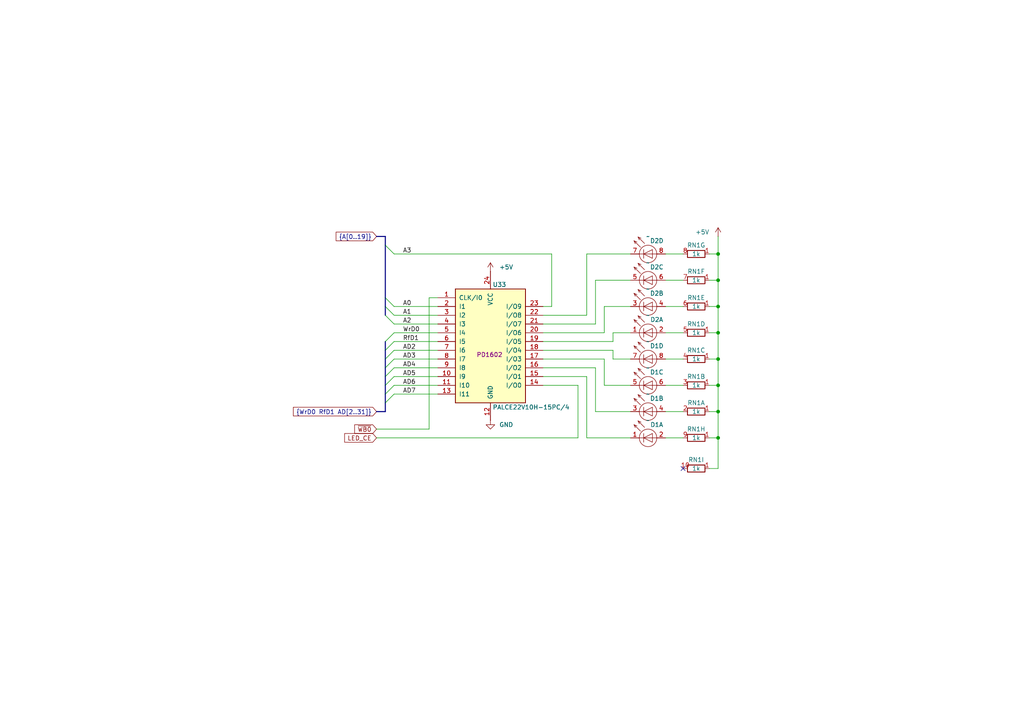
<source format=kicad_sch>
(kicad_sch (version 20250114) (generator "eeschema") (generator_version "9.0")
  (paper "A4")
  (title_block (title "TPU"))
  (lib_symbols
    (symbol "Device:R_Network09_Split" (pin_names (offset 0) (hide yes))
      (property "Reference" "RN" (at 2.032 0 90))
      (property "Value" "R_Network09_Split" (at 0 0 90))
      (symbol "R_Network09_Split_0_1"
        (rectangle (start 1.016 2.54) (end -1.016 -2.54) (stroke (width 0.254)))
        (pin passive line (at 0 3.81 270) (length 1.27) (name "R1") (number "1"))
      )
      (symbol "R_Network09_Split_1_1"
        (pin passive line (at 0 -3.81 90) (length 1.27) (name "R1.2") (number "2"))
      )
      (symbol "R_Network09_Split_2_1"
        (pin passive line (at 0 -3.81 90) (length 1.27) (name "R2.2") (number "3"))
      )
      (symbol "R_Network09_Split_3_1"
        (pin passive line (at 0 -3.81 90) (length 1.27) (name "R3.2") (number "4"))
      )
      (symbol "R_Network09_Split_4_1"
        (pin passive line (at 0 -3.81 90) (length 1.27) (name "R4.2") (number "5"))
      )
      (symbol "R_Network09_Split_5_1"
        (pin passive line (at 0 -3.81 90) (length 1.27) (name "R5.2") (number "6"))
      )
      (symbol "R_Network09_Split_6_1"
        (pin passive line (at 0 -3.81 90) (length 1.27) (name "R6.2") (number "7"))
      )
      (symbol "R_Network09_Split_7_1"
        (pin passive line (at 0 -3.81 90) (length 1.27) (name "R7.2") (number "8"))
      )
      (symbol "R_Network09_Split_8_1"
        (pin passive line (at 0 -3.81 90) (length 1.27) (name "R8.2") (number "9"))
      )
      (symbol "R_Network09_Split_9_1"
        (pin passive line (at 0 -3.81 90) (length 1.27) (name "R9.2") (number "10"))
      )
    )
    (symbol "Georg:PALCE22V10H-15PC/4" (pin_names (offset 1.016))
      (property "Reference" "D" (at 0.635 19.05 0))
      (property "Value" "PALCE22V10H-15PC/4" (at 0.635 -16.51 0))
      (symbol "PALCE22V10H-15PC/4_1_0"
        (pin input line (at -15.24 15.24 0) (length 5.08) (name "CLK/I0") (number "1"))
        (pin input line (at -15.24 12.7 0) (length 5.08) (name "I1") (number "2"))
        (pin input line (at -15.24 10.16 0) (length 5.08) (name "I2") (number "3"))
        (pin input line (at -15.24 7.62 0) (length 5.08) (name "I3") (number "4"))
        (pin input line (at -15.24 5.08 0) (length 5.08) (name "I4") (number "5"))
        (pin input line (at -15.24 2.54 0) (length 5.08) (name "I5") (number "6"))
        (pin input line (at -15.24 0 0) (length 5.08) (name "I6") (number "7"))
        (pin input line (at -15.24 -2.54 0) (length 5.08) (name "I7") (number "8"))
        (pin input line (at -15.24 -5.08 0) (length 5.08) (name "I8") (number "9"))
        (pin input line (at -15.24 -7.62 0) (length 5.08) (name "I9") (number "10"))
        (pin input line (at -15.24 -10.16 0) (length 5.08) (name "I10") (number "11"))
        (pin input line (at -15.24 -12.7 0) (length 5.08) (name "I11") (number "13"))
        (pin power_in line (at 0 22.86 270) (length 5.08) (name "VCC") (number "24"))
        (pin power_in line (at 0 -20.32 90) (length 5.08) (name "GND") (number "12"))
        (pin input line (at 15.24 12.7 180) (length 5.08) (name "I/O9") (number "23"))
        (pin tri_state line (at 15.24 10.16 180) (length 5.08) (name "I/O8") (number "22"))
        (pin tri_state line (at 15.24 7.62 180) (length 5.08) (name "I/O7") (number "21"))
        (pin tri_state line (at 15.24 5.08 180) (length 5.08) (name "I/O6") (number "20"))
        (pin tri_state line (at 15.24 2.54 180) (length 5.08) (name "I/O5") (number "19"))
        (pin tri_state line (at 15.24 0 180) (length 5.08) (name "I/O4") (number "18"))
        (pin tri_state line (at 15.24 -2.54 180) (length 5.08) (name "I/O3") (number "17"))
        (pin tri_state line (at 15.24 -5.08 180) (length 5.08) (name "I/O2") (number "16"))
        (pin tri_state line (at 15.24 -7.62 180) (length 5.08) (name "I/O1") (number "15"))
        (pin input line (at 15.24 -10.16 180) (length 5.08) (name "I/O0") (number "14"))
      )
      (symbol "PALCE22V10H-15PC/4_1_1"
        (rectangle (start -10.16 17.78) (end 10.16 -15.24) (stroke (width 0.254)) (fill (type background)))
      )
    )
    (symbol "georg:555-4001"
      (property "Reference" "D" (at -2.54 -1.27 0))
      (symbol "555-4001_0_1"
        (polyline (pts (xy -2.54 -5.08) (xy 2.54 -5.08)))
        (polyline (pts (xy -1.27 -3.81) (xy -1.27 -6.35) (xy 1.27 -5.08) (xy -1.27 -3.81)))
        (circle (center 0 -5.08) (radius 2.54))
        (polyline (pts (xy 1.27 -3.81) (xy 1.27 -6.35)))
        (polyline (pts (xy 2.8918 -0.1685) (xy 1.016 -2.032)))
        (polyline (pts (xy 2.8918 -0.1685) (xy 2.032 -0.508)))
        (polyline (pts (xy 2.8918 -0.1685) (xy 2.54 -1.016)))
        (polyline (pts (xy 4.064 -1.27) (xy 2.1882 -3.1335)))
        (polyline (pts (xy 4.064 -1.27) (xy 3.2042 -1.6095)))
        (polyline (pts (xy 4.064 -1.27) (xy 3.7122 -2.1175)))
      )
      (symbol "555-4001_1_0"
        (pin passive line (at -5.08 -5.08 0) (length 2.54) (name "") (number "2"))
        (pin passive line (at 5.08 -5.08 180) (length 2.54) (name "") (number "1"))
      )
      (symbol "555-4001_2_0"
        (pin passive line (at -5.08 -5.08 0) (length 2.54) (name "") (number "4"))
        (pin passive line (at 5.08 -5.08 180) (length 2.54) (name "") (number "3"))
      )
      (symbol "555-4001_3_0"
        (pin passive line (at -5.08 -5.08 0) (length 2.54) (name "") (number "6"))
        (pin passive line (at 5.08 -5.08 180) (length 2.54) (name "") (number "5"))
      )
      (symbol "555-4001_4_0"
        (pin passive line (at -5.08 -5.08 0) (length 2.54) (name "") (number "8"))
        (pin passive line (at 5.08 -5.08 180) (length 2.54) (name "") (number "7"))
      )
    )
    (symbol "power:+5V" (power) (pin_numbers (hide yes)) (pin_names (offset 0) (hide yes))
      (property "Value" "+5V" (at 0 3.556 0))
      (symbol "+5V_0_1"
        (polyline (pts (xy -0.762 1.27) (xy 0 2.54)))
        (polyline (pts (xy 0 2.54) (xy 0.762 1.27)))
        (polyline (pts (xy 0 0) (xy 0 2.54)))
      )
      (symbol "+5V_1_1"
        (pin power_in line (at 0 0 90) (length 0) (name "~") (number "1"))
      )
    )
    (symbol "power:GND" (power) (pin_numbers (hide yes)) (pin_names (offset 0) (hide yes))
      (property "Value" "GND" (at 0 -3.81 0))
      (symbol "GND_0_1"
        (polyline (pts (xy 0 0) (xy 0 -1.27) (xy 1.27 -1.27) (xy 0 -2.54) (xy -1.27 -1.27) (xy 0 -1.27)))
      )
      (symbol "GND_1_1"
        (pin power_in line (at 0 0 270) (length 0) (name "~") (number "1"))
      )
    )
  )
  (junction (at 208.28 111.76))
  (junction (at 208.28 127))
  (junction (at 208.28 73.66))
  (junction (at 208.28 119.38))
  (junction (at 208.28 88.9))
  (junction (at 208.28 81.28))
  (junction (at 208.28 104.14))
  (junction (at 208.28 96.52))
  (no_connect (at 198.12 135.89))
  (bus_entry (at 111.76 109.22) (size 2.54 -2.54))
  (bus_entry (at 111.76 71.12) (size 2.54 2.54))
  (bus_entry (at 111.76 101.6) (size 2.54 -2.54))
  (bus_entry (at 114.3 91.44) (size -2.54 -2.54))
  (bus_entry (at 111.76 104.14) (size 2.54 -2.54))
  (bus_entry (at 111.76 114.3) (size 2.54 -2.54))
  (bus_entry (at 114.3 88.9) (size -2.54 -2.54))
  (bus_entry (at 111.76 99.06) (size 2.54 -2.54))
  (bus_entry (at 111.76 106.68) (size 2.54 -2.54))
  (bus_entry (at 114.3 93.98) (size -2.54 -2.54))
  (bus_entry (at 111.76 116.84) (size 2.54 -2.54))
  (bus_entry (at 111.76 111.76) (size 2.54 -2.54))
  (wire (pts (xy 157.48 96.52) (xy 175.26 96.52)))
  (wire (pts (xy 208.28 111.76) (xy 208.28 119.38)))
  (wire (pts (xy 114.3 109.22) (xy 127 109.22)))
  (wire (pts (xy 114.3 101.6) (xy 127 101.6)))
  (wire (pts (xy 157.48 109.22) (xy 170.18 109.22)))
  (bus (pts (xy 111.76 86.36) (xy 111.76 88.9)))
  (wire (pts (xy 175.26 104.14) (xy 175.26 111.76)))
  (wire (pts (xy 198.12 127) (xy 193.04 127)))
  (wire (pts (xy 157.48 106.68) (xy 172.72 106.68)))
  (wire (pts (xy 114.3 91.44) (xy 127 91.44)))
  (wire (pts (xy 175.26 88.9) (xy 182.88 88.9)))
  (wire (pts (xy 157.48 99.06) (xy 177.8 99.06)))
  (wire (pts (xy -22.86 163.83) (xy -20.32 163.83)))
  (bus (pts (xy 111.76 88.9) (xy 111.76 91.44)))
  (wire (pts (xy 167.64 127) (xy 167.64 111.76)))
  (wire (pts (xy 157.48 104.14) (xy 175.26 104.14)))
  (bus (pts (xy 111.76 99.06) (xy 111.76 101.6)))
  (wire (pts (xy 175.26 111.76) (xy 182.88 111.76)))
  (wire (pts (xy 109.22 124.46) (xy 124.46 124.46)))
  (wire (pts (xy 157.48 91.44) (xy 170.18 91.44)))
  (wire (pts (xy 205.74 127) (xy 208.28 127)))
  (wire (pts (xy 208.28 88.9) (xy 208.28 96.52)))
  (bus (pts (xy 111.76 106.68) (xy 111.76 109.22)))
  (wire (pts (xy 172.72 81.28) (xy 182.88 81.28)))
  (wire (pts (xy 198.12 88.9) (xy 193.04 88.9)))
  (wire (pts (xy 124.46 86.36) (xy 127 86.36)))
  (wire (pts (xy 157.48 111.76) (xy 167.64 111.76)))
  (wire (pts (xy -22.86 168.91) (xy -20.32 168.91)))
  (wire (pts (xy 177.8 104.14) (xy 182.88 104.14)))
  (wire (pts (xy 170.18 109.22) (xy 170.18 127)))
  (bus (pts (xy 111.76 114.3) (xy 111.76 111.76)))
  (wire (pts (xy 198.12 119.38) (xy 193.04 119.38)))
  (wire (pts (xy 205.74 104.14) (xy 208.28 104.14)))
  (bus (pts (xy 111.76 116.84) (xy 111.76 114.3)))
  (wire (pts (xy 114.3 93.98) (xy 127 93.98)))
  (bus (pts (xy 111.76 101.6) (xy 111.76 104.14)))
  (wire (pts (xy 157.48 88.9) (xy 160.02 88.9)))
  (wire (pts (xy 208.28 68.58) (xy 208.28 73.66)))
  (wire (pts (xy 208.28 81.28) (xy 208.28 88.9)))
  (wire (pts (xy 205.74 96.52) (xy 208.28 96.52)))
  (bus (pts (xy 109.22 119.38) (xy 111.76 119.38)))
  (bus (pts (xy 111.76 104.14) (xy 111.76 106.68)))
  (wire (pts (xy 208.28 104.14) (xy 208.28 111.76)))
  (wire (pts (xy 205.74 111.76) (xy 208.28 111.76)))
  (wire (pts (xy 208.28 135.89) (xy 205.74 135.89)))
  (wire (pts (xy 205.74 88.9) (xy 208.28 88.9)))
  (wire (pts (xy 114.3 99.06) (xy 127 99.06)))
  (wire (pts (xy 157.48 93.98) (xy 172.72 93.98)))
  (wire (pts (xy 198.12 111.76) (xy 193.04 111.76)))
  (wire (pts (xy 205.74 81.28) (xy 208.28 81.28)))
  (wire (pts (xy 124.46 124.46) (xy 124.46 86.36)))
  (wire (pts (xy -20.32 163.83) (xy -20.32 161.29)))
  (wire (pts (xy 208.28 127) (xy 208.28 135.89)))
  (wire (pts (xy 172.72 93.98) (xy 172.72 81.28)))
  (wire (pts (xy 157.48 101.6) (xy 177.8 101.6)))
  (wire (pts (xy 114.3 96.52) (xy 127 96.52)))
  (bus (pts (xy 111.76 68.58) (xy 111.76 71.12)))
  (wire (pts (xy 170.18 91.44) (xy 170.18 73.66)))
  (wire (pts (xy 198.12 96.52) (xy 193.04 96.52)))
  (wire (pts (xy 198.12 81.28) (xy 193.04 81.28)))
  (bus (pts (xy 111.76 71.12) (xy 111.76 86.36)))
  (wire (pts (xy 205.74 73.66) (xy 208.28 73.66)))
  (wire (pts (xy 114.3 104.14) (xy 127 104.14)))
  (wire (pts (xy 172.72 106.68) (xy 172.72 119.38)))
  (wire (pts (xy 170.18 127) (xy 182.88 127)))
  (wire (pts (xy 208.28 119.38) (xy 208.28 127)))
  (wire (pts (xy 208.28 96.52) (xy 208.28 104.14)))
  (wire (pts (xy 114.3 73.66) (xy 160.02 73.66)))
  (wire (pts (xy 198.12 73.66) (xy 193.04 73.66)))
  (wire (pts (xy 109.22 127) (xy 167.64 127)))
  (wire (pts (xy 172.72 119.38) (xy 182.88 119.38)))
  (wire (pts (xy 205.74 119.38) (xy 208.28 119.38)))
  (wire (pts (xy 208.28 73.66) (xy 208.28 81.28)))
  (wire (pts (xy 114.3 111.76) (xy 127 111.76)))
  (wire (pts (xy 114.3 106.68) (xy 127 106.68)))
  (wire (pts (xy 175.26 96.52) (xy 175.26 88.9)))
  (wire (pts (xy 114.3 88.9) (xy 127 88.9)))
  (wire (pts (xy 170.18 73.66) (xy 182.88 73.66)))
  (wire (pts (xy 114.3 114.3) (xy 127 114.3)))
  (bus (pts (xy 111.76 109.22) (xy 111.76 111.76)))
  (wire (pts (xy 177.8 101.6) (xy 177.8 104.14)))
  (bus (pts (xy 111.76 116.84) (xy 111.76 119.38)))
  (wire (pts (xy 177.8 99.06) (xy 177.8 96.52)))
  (bus (pts (xy 109.22 68.58) (xy 111.76 68.58)))
  (wire (pts (xy 177.8 96.52) (xy 182.88 96.52)))
  (wire (pts (xy 198.12 104.14) (xy 193.04 104.14)))
  (wire (pts (xy 160.02 88.9) (xy 160.02 73.66)))
  (label "AD7" (at 116.84 114.3 0))
  (label "AD5" (at 116.84 109.22 0))
  (label "AD6" (at 116.84 111.76 0))
  (label "WrD0" (at 116.84 96.52 0))
  (label "RfD1" (at 116.84 99.06 0))
  (label "A2" (at 116.84 93.98 0))
  (label "AD2" (at 116.84 101.6 0))
  (label "A1" (at 116.84 91.44 0))
  (label "AD3" (at 116.84 104.14 0))
  (label "A0" (at 116.84 88.9 0))
  (label "AD4" (at 116.84 106.68 0))
  (label "A3" (at 116.84 73.66 0))
  (global_label "{WrD0 RfD1 AD[2..31]}" (shape input) (at 109.22 119.38 180) (property "Intersheetrefs" "${INTERSHEET_REFS}" (effects (hide yes))))
  (global_label "+5V" (shape input) (at -22.86 163.83 180) (property "Intersheetrefs" "${INTERSHEET_REFS}" (effects (hide yes))))
  (global_label "~{WB0}" (shape input) (at 109.22 124.46 180) (property "Intersheetrefs" "${INTERSHEET_REFS}" (effects (hide yes))))
  (global_label "{A[0..19]}" (shape input) (at 109.22 68.58 180) (property "Intersheetrefs" "${INTERSHEET_REFS}" (effects (hide yes))))
  (global_label "DM" (shape input) (at -22.86 168.91 180) (property "Intersheetrefs" "${INTERSHEET_REFS}" (effects (hide yes))))
  (global_label "LED_CE" (shape input) (at 109.22 127 180) (property "Intersheetrefs" "${INTERSHEET_REFS}" (effects (hide yes))))
  (symbol (lib_id "Device:R_Network09_Split") (at 201.93 111.76 270) (mirror x) (unit 2)
    (property "Reference" "RN1" (at 201.93 109.22 90))
    (property "Value" "1k" (at 201.93 111.76 90))
    (property "Footprint" "Resistor_THT:R_Array_SIP10" (effects (hide yes)))
    (property "Datasheet" "http://www.vishay.com/docs/31509/csc.pdf" (effects (hide yes)))
    (property "Description" "9 resistor network, star topology, bussed resistors, split" (effects (hide yes)))
  )
  (symbol (lib_id "power:+5V") (at 208.28 68.58 0) (mirror y) (unit 1)
    (property "Reference" "#PWR078" (effects (hide yes)))
    (property "Value" "+5V" (at 205.74 67.3099 0) (effects (justify left)))
    (property "Description" "Power symbol creates a global label with name \"+5V\"" (effects (hide yes)))
  )
  (symbol (lib_id "Device:R_Network09_Split") (at 201.93 104.14 270) (mirror x) (unit 3)
    (property "Reference" "RN1" (at 201.93 101.6 90))
    (property "Value" "1k" (at 201.93 104.14 90))
    (property "Footprint" "Resistor_THT:R_Array_SIP10" (effects (hide yes)))
    (property "Datasheet" "http://www.vishay.com/docs/31509/csc.pdf" (effects (hide yes)))
    (property "Description" "9 resistor network, star topology, bussed resistors, split" (effects (hide yes)))
  )
  (symbol (lib_id "georg:555-4001") (at 187.96 68.58 0) (mirror y) (unit 4)
    (property "Reference" "D2" (at 190.5 69.85 0))
    (property "Value" "~" (at 187.96 68.58 0))
    (property "Footprint" "tpu:555-4001" (effects (hide yes)))
  )
  (symbol (lib_id "Device:R_Network09_Split") (at 201.93 135.89 270) (mirror x) (unit 9)
    (property "Reference" "RN1" (at 201.93 133.35 90))
    (property "Value" "1k" (at 201.93 135.89 90))
    (property "Footprint" "Resistor_THT:R_Array_SIP10" (effects (hide yes)))
    (property "Datasheet" "http://www.vishay.com/docs/31509/csc.pdf" (effects (hide yes)))
    (property "Description" "9 resistor network, star topology, bussed resistors, split" (effects (hide yes)))
  )
  (symbol (lib_id "power:+5V") (at 142.24 78.74 0) (unit 1)
    (property "Reference" "#PWR0191" (effects (hide yes)))
    (property "Value" "+5V" (at 144.78 77.4699 0) (effects (justify left)))
    (property "Description" "Power symbol creates a global label with name \"+5V\"" (effects (hide yes)))
  )
  (symbol (lib_id "georg:555-4001") (at 187.96 83.82 0) (mirror y) (unit 2)
    (property "Reference" "D2" (at 190.5 85.09 0))
    (property "Value" "~" (at 187.96 83.82 0))
    (property "Footprint" "tpu:555-4001" (effects (hide yes)))
  )
  (symbol (lib_id "georg:555-4001") (at 187.96 99.06 0) (mirror y) (unit 4)
    (property "Reference" "D1" (at 190.5 100.33 0))
    (property "Value" "~" (at 187.96 99.06 0))
    (property "Footprint" "tpu:555-4001" (effects (hide yes)))
  )
  (symbol (lib_id "Device:R_Network09_Split") (at 201.93 81.28 270) (mirror x) (unit 6)
    (property "Reference" "RN1" (at 201.93 78.74 90))
    (property "Value" "1k" (at 201.93 81.28 90))
    (property "Footprint" "Resistor_THT:R_Array_SIP10" (effects (hide yes)))
    (property "Datasheet" "http://www.vishay.com/docs/31509/csc.pdf" (effects (hide yes)))
    (property "Description" "9 resistor network, star topology, bussed resistors, split" (effects (hide yes)))
  )
  (symbol (lib_id "Device:R_Network09_Split") (at 201.93 119.38 270) (mirror x) (unit 1)
    (property "Reference" "RN1" (at 201.93 116.84 90))
    (property "Value" "1k" (at 201.93 119.38 90))
    (property "Footprint" "Resistor_THT:R_Array_SIP10" (effects (hide yes)))
    (property "Datasheet" "http://www.vishay.com/docs/31509/csc.pdf" (effects (hide yes)))
    (property "Description" "9 resistor network, star topology, bussed resistors, split" (effects (hide yes)))
  )
  (symbol (lib_id "Device:R_Network09_Split") (at 201.93 127 270) (mirror x) (unit 8)
    (property "Reference" "RN1" (at 201.93 124.46 90))
    (property "Value" "1k" (at 201.93 127 90))
    (property "Footprint" "Resistor_THT:R_Array_SIP10" (effects (hide yes)))
    (property "Datasheet" "http://www.vishay.com/docs/31509/csc.pdf" (effects (hide yes)))
    (property "Description" "9 resistor network, star topology, bussed resistors, split" (effects (hide yes)))
  )
  (symbol (lib_id "power:GND") (at 142.24 121.92 0) (unit 1)
    (property "Reference" "#PWR0192" (effects (hide yes)))
    (property "Value" "GND" (at 144.78 123.1899 0) (effects (justify left)))
    (property "Description" "Power symbol creates a global label with name \"GND\" , ground" (effects (hide yes)))
  )
  (symbol (lib_id "Device:R_Network09_Split") (at 201.93 73.66 270) (mirror x) (unit 7)
    (property "Reference" "RN1" (at 201.93 71.12 90))
    (property "Value" "1k" (at 201.93 73.66 90))
    (property "Footprint" "Resistor_THT:R_Array_SIP10" (effects (hide yes)))
    (property "Datasheet" "http://www.vishay.com/docs/31509/csc.pdf" (effects (hide yes)))
    (property "Description" "9 resistor network, star topology, bussed resistors, split" (effects (hide yes)))
  )
  (symbol (lib_id "Georg:PALCE22V10H-15PC/4") (at 142.24 101.6 0) (unit 1)
    (property "Reference" "U33" (at 142.875 82.55 0) (effects (justify left)))
    (property "Value" "PALCE22V10H-15PC/4" (at 142.875 118.11 0) (effects (justify left)))
    (property "Footprint" "Georg:DIP-24_W7.62mm-tight" (effects (hide yes)))
    (property "Description" "PD1602" (at 141.986 102.87 0))
  )
  (symbol (lib_id "georg:555-4001") (at 187.96 76.2 0) (mirror y) (unit 3)
    (property "Reference" "D2" (at 190.5 77.47 0))
    (property "Value" "~" (at 187.96 76.2 0))
    (property "Footprint" "tpu:555-4001" (effects (hide yes)))
  )
  (symbol (lib_id "georg:555-4001") (at 187.96 114.3 0) (mirror y) (unit 2)
    (property "Reference" "D1" (at 190.5 115.57 0))
    (property "Value" "~" (at 187.96 114.3 0))
    (property "Footprint" "tpu:555-4001" (effects (hide yes)))
  )
  (symbol (lib_id "power:+5V") (at -20.32 161.29 0) (unit 1)
    (property "Reference" "#PWR0190" (effects (hide yes)))
    (property "Value" "+5V" (at -17.78 160.0199 0) (effects (justify left)))
    (property "Description" "Power symbol creates a global label with name \"+5V\"" (effects (hide yes)))
  )
  (symbol (lib_id "Device:R_Network09_Split") (at 201.93 88.9 270) (mirror x) (unit 5)
    (property "Reference" "RN1" (at 201.93 86.36 90))
    (property "Value" "1k" (at 201.93 88.9 90))
    (property "Footprint" "Resistor_THT:R_Array_SIP10" (effects (hide yes)))
    (property "Datasheet" "http://www.vishay.com/docs/31509/csc.pdf" (effects (hide yes)))
    (property "Description" "9 resistor network, star topology, bussed resistors, split" (effects (hide yes)))
  )
  (symbol (lib_id "power:GND") (at -20.32 168.91 0) (unit 1)
    (property "Reference" "#PWR0197" (effects (hide yes)))
    (property "Value" "GND" (at -17.78 170.1799 0) (effects (justify left)))
    (property "Description" "Power symbol creates a global label with name \"GND\" , ground" (effects (hide yes)))
  )
  (symbol (lib_id "georg:555-4001") (at 187.96 121.92 0) (mirror y) (unit 1)
    (property "Reference" "D1" (at 190.5 123.19 0))
    (property "Value" "~" (at 187.96 121.92 0))
    (property "Footprint" "tpu:555-4001" (effects (hide yes)))
  )
  (symbol (lib_id "georg:555-4001") (at 187.96 106.68 0) (mirror y) (unit 3)
    (property "Reference" "D1" (at 190.5 107.95 0))
    (property "Value" "~" (at 187.96 106.68 0))
    (property "Footprint" "tpu:555-4001" (effects (hide yes)))
  )
  (symbol (lib_id "Device:R_Network09_Split") (at 201.93 96.52 270) (mirror x) (unit 4)
    (property "Reference" "RN1" (at 201.93 93.98 90))
    (property "Value" "1k" (at 201.93 96.52 90))
    (property "Footprint" "Resistor_THT:R_Array_SIP10" (effects (hide yes)))
    (property "Datasheet" "http://www.vishay.com/docs/31509/csc.pdf" (effects (hide yes)))
    (property "Description" "9 resistor network, star topology, bussed resistors, split" (effects (hide yes)))
  )
  (symbol (lib_id "georg:555-4001") (at 187.96 91.44 0) (mirror y) (unit 1)
    (property "Reference" "D2" (at 190.5 92.71 0))
    (property "Value" "~" (at 187.96 91.44 0))
    (property "Footprint" "tpu:555-4001" (effects (hide yes)))
  )
)
</source>
